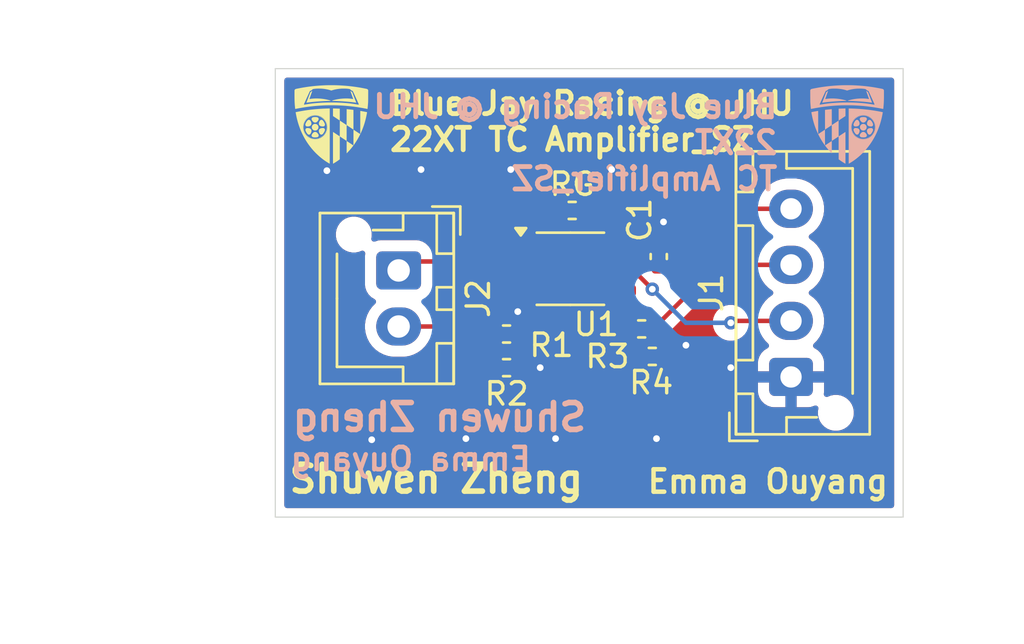
<source format=kicad_pcb>
(kicad_pcb (version 20241229) (generator "pcbnew") (generator_version "9.0")
  (layers (0 "F.Cu" signal) (2 "B.Cu" signal) (13 "F.Paste" user) (15 "B.Paste" user) (5 "F.SilkS" user "F.Silkscreen") (7 "B.SilkS" user "B.Silkscreen") (1 "F.Mask" user) (3 "B.Mask" user) (25 "Edge.Cuts" user))
  (net 0 "")
  (net 1 "5v_ref")
  (net 2 "5v_buck")
  (net 3 "TC_AMP_OUT")
  (net 4 "GND")
  (net 5 "TC+")
  (net 6 "TC-")
  (net 7 "Net-(U1-Ref)")
  (net 8 "Net-(RG1-Pad1)")
  (net 9 "Net-(RG1-Pad2)")
  (footprint "Resistor_SMD:R_0402_1005Metric" (layer "F.Cu") (at 129.313 82.3356)
    (property "Reference" "R2" (at 0.002 1.1684 0) (layer "F.SilkS"))
    (property "Value" "10k" (hide yes))
    (pad "1" smd roundrect (at -0.51 0) (size 0.54 0.64) (layers "F.Cu" "F.Mask" "F.Paste") (net 5 "TC+"))
    (pad "2" smd roundrect (at 0.51 0) (size 0.54 0.64) (layers "F.Cu" "F.Mask" "F.Paste") (net 4 "GND"))
  )
  (footprint "Resistor_SMD:R_0402_1005Metric" (layer "F.Cu") (at 135.813 81.8356)
    (property "Reference" "R4" (at -0.0488 1.1684 0) (layer "F.SilkS"))
    (property "Value" "100" (hide yes))
    (pad "1" smd roundrect (at -0.51 0) (size 0.54 0.64) (layers "F.Cu" "F.Mask" "F.Paste") (net 7 "Net-(U1-Ref)"))
    (pad "2" smd roundrect (at 0.51 0) (size 0.54 0.64) (layers "F.Cu" "F.Mask" "F.Paste") (net 4 "GND"))
  )
  (footprint "Connector_JST:JST_XH_B4B-XH-AM_1x04_P2.50mm_Vertical" (layer "F.Cu") (at 142 82.75 90)
    (property "Reference" "J1" (at 3.75 -3.55 90) (layer "F.SilkS"))
    (property "Value" "Conn_01x04")
    (pad "" np_thru_hole circle (at -1.6 2 90) (size 1.2 1.2) (drill 1.2) (layers "*.Cu" "*.Mask"))
    (pad "1" thru_hole roundrect (at 0 0 90) (size 1.7 1.95) (drill 0.95) (layers "*.Cu" "*.Mask") (roundrect_rratio 0.147059) (net 4 "GND"))
    (pad "2" thru_hole oval (at 2.5 0 90) (size 1.7 1.95) (drill 0.95) (layers "*.Cu" "*.Mask") (net 3 "TC_AMP_OUT"))
    (pad "3" thru_hole oval (at 5 0 90) (size 1.7 1.95) (drill 0.95) (layers "*.Cu" "*.Mask") (net 1 "5v_ref"))
    (pad "4" thru_hole oval (at 7.5 0 90) (size 1.7 1.95) (drill 0.95) (layers "*.Cu" "*.Mask") (net 2 "5v_buck"))
  )
  (footprint "Resistor_SMD:R_0402_1005Metric" (layer "F.Cu") (at 135.3394 80.6076 180)
    (property "Reference" "R3" (at 1.5264 -1.228 0) (layer "F.SilkS"))
    (property "Value" "4.93k")
    (pad "1" smd roundrect (at -0.51 0 180) (size 0.54 0.64) (layers "F.Cu" "F.Mask" "F.Paste") (net 1 "5v_ref"))
    (pad "2" smd roundrect (at 0.51 0 180) (size 0.54 0.64) (layers "F.Cu" "F.Mask" "F.Paste") (net 7 "Net-(U1-Ref)"))
  )
  (footprint "Resistor_SMD:R_0402_1005Metric" (layer "F.Cu") (at 132.2406 75.3244)
    (property "Reference" "RG" (at 0 -1.17 0) (layer "F.SilkS"))
    (property "Value" "137")
    (pad "1" smd roundrect (at -0.51 0) (size 0.54 0.64) (layers "F.Cu" "F.Mask" "F.Paste") (net 8 "Net-(RG1-Pad1)"))
    (pad "2" smd roundrect (at 0.51 0) (size 0.54 0.64) (layers "F.Cu" "F.Mask" "F.Paste") (net 9 "Net-(RG1-Pad2)"))
  )
  (footprint "Connector_JST:JST_XH_B2B-XH-AM_1x02_P2.50mm_Vertical" (layer "F.Cu") (at 124.5 78 -90)
    (property "Reference" "J2" (at 1.25 -3.55 270) (layer "F.SilkS"))
    (property "Value" "Conn_01x02")
    (pad "" np_thru_hole circle (at -1.6 2 270) (size 1.2 1.2) (drill 1.2) (layers "*.Cu" "*.Mask"))
    (pad "1" thru_hole roundrect (at 0 0 270) (size 1.7 2) (drill 1) (layers "*.Cu" "*.Mask") (roundrect_rratio 0.147059) (net 6 "TC-"))
    (pad "2" thru_hole oval (at 2.5 0 270) (size 1.7 2) (drill 1) (layers "*.Cu" "*.Mask") (net 5 "TC+"))
  )
  (footprint "Resistor_SMD:R_0402_1005Metric" (layer "F.Cu") (at 129.313 80.8356 180)
    (property "Reference" "R1" (at -2 -0.5 0) (layer "F.SilkS"))
    (property "Value" "10k" (hide yes))
    (pad "1" smd roundrect (at -0.51 0 180) (size 0.54 0.64) (layers "F.Cu" "F.Mask" "F.Paste") (net 2 "5v_buck"))
    (pad "2" smd roundrect (at 0.51 0 180) (size 0.54 0.64) (layers "F.Cu" "F.Mask" "F.Paste") (net 5 "TC+"))
  )
  (footprint "Capacitor_SMD:C_0402_1005Metric" (layer "F.Cu") (at 136.1014 77.3792 -90)
    (property "Reference" "C1" (at -1.6292 0.8514 90) (layer "F.SilkS"))
    (property "Value" "0.1µF")
    (pad "1" smd roundrect (at -0.48 0 270) (size 0.56 0.62) (layers "F.Cu" "F.Mask" "F.Paste") (net 4 "GND"))
    (pad "2" smd roundrect (at 0.48 0 270) (size 0.56 0.62) (layers "F.Cu" "F.Mask" "F.Paste") (net 2 "5v_buck"))
  )
  (footprint "Package_SO:VSSOP-8_3x3mm_P0.65mm" (layer "F.Cu") (at 132.1601 77.925)
    (property "Reference" "U1" (at 1.1529 2.4794 0) (layer "F.SilkS"))
    (property "Value" "INA333xxDGK" (hide yes))
    (pad "1" smd roundrect (at -2.1125 -0.975) (size 1.625 0.5) (layers "F.Cu" "F.Mask" "F.Paste") (net 8 "Net-(RG1-Pad1)"))
    (pad "2" smd roundrect (at -2.1125 -0.325) (size 1.625 0.5) (layers "F.Cu" "F.Mask" "F.Paste") (net 6 "TC-"))
    (pad "3" smd roundrect (at -2.1125 0.325) (size 1.625 0.5) (layers "F.Cu" "F.Mask" "F.Paste") (net 5 "TC+"))
    (pad "4" smd roundrect (at -2.1125 0.975) (size 1.625 0.5) (layers "F.Cu" "F.Mask" "F.Paste") (net 4 "GND"))
    (pad "5" smd roundrect (at 2.1125 0.975) (size 1.625 0.5) (layers "F.Cu" "F.Mask" "F.Paste") (net 7 "Net-(U1-Ref)"))
    (pad "6" smd roundrect (at 2.1125 0.325) (size 1.625 0.5) (layers "F.Cu" "F.Mask" "F.Paste") (net 3 "TC_AMP_OUT"))
    (pad "7" smd roundrect (at 2.1125 -0.325) (size 1.625 0.5) (layers "F.Cu" "F.Mask" "F.Paste") (net 2 "5v_buck"))
    (pad "8" smd roundrect (at 2.1125 -0.975) (size 1.625 0.5) (layers "F.Cu" "F.Mask" "F.Paste") (net 9 "Net-(RG1-Pad2)"))
  )
  (footprint "22xt_tc:BJR_LOGO" (layer "F.Cu") (at 121.5 71.5)
    (property "Reference" "G***" (hide yes))
    (property "Value" "BJR_LOGO" (hide yes))
  )
  (footprint "22xt_tc:BJR_LOGO" (layer "B.Cu") (at 144.5 71.5 180)
    (property "Reference" "G***" (hide yes))
    (property "Value" "BJR_LOGO" (hide yes))
  )
  (gr_line (start 119 89) (end 119 69) (stroke (width 0.05)) (layer "Edge.Cuts"))
  (gr_line (start 147 89) (end 147 69) (stroke (width 0.05)) (layer "Edge.Cuts"))
  (gr_line (start 147 69) (end 119 69) (stroke (width 0.05)) (layer "Edge.Cuts"))
  (gr_line (start 147 89) (end 119 89) (stroke (width 0.05)) (layer "Edge.Cuts"))
  (gr_text "Emma Ouyang\n" (at 135.5 88 -0) (layer "F.SilkS") (effects (font (size 1 1) (thickness 0.2) (bold yes)) (justify left bottom)))
  (gr_text "Blue Jay Racing @ JHU\n22XT TC Amplifier_SZ" (at 124 72.75 0) (layer "F.SilkS") (effects (font (size 1 1) (thickness 0.215) (bold yes)) (justify left bottom)))
  (gr_text "Shuwen Zheng" (at 119.5 88 -0) (layer "F.SilkS") (effects (font (size 1.2 1.2) (thickness 0.25) (bold yes)) (justify left bottom)))
  (gr_text "Shuwen Zheng" (at 133 85.25 0) (layer "B.SilkS") (effects (font (size 1.2 1.2) (thickness 0.25) (bold yes)) (justify left bottom mirror)))
  (gr_text "Emma Ouyang\n" (at 130.5 87 0) (layer "B.SilkS") (effects (font (size 1 1) (thickness 0.2) (bold yes)) (justify left bottom mirror)))
  (gr_text "Blue Jay Racing @ JHU\n22XT\nTC Amplifier_SZ" (at 141.5 74.5 -0) (layer "B.SilkS") (effects (font (size 1 1) (thickness 0.215) (bold yes)) (justify left bottom mirror)))
  (segment (start 138.707 77.75) (end 135.8494 80.6076) (width 0.2) (layer "F.Cu") (net 1))
  (segment (start 142 77.75) (end 138.707 77.75) (width 0.2) (layer "F.Cu") (net 1))
  (segment (start 138.7106 75.25) (end 136.1014 77.8592) (width 0.2) (layer "F.Cu") (net 2))
  (segment (start 133.0586 77.6) (end 129.823 80.8356) (width 0.2) (layer "F.Cu") (net 2))
  (segment (start 136.33815 77.6) (end 133.0586 77.6) (width 0.2) (layer "F.Cu") (net 2))
  (segment (start 142 75.25) (end 138.7106 75.25) (width 0.2) (layer "F.Cu") (net 2))
  (segment (start 134.2726 78.25) (end 135.2274 78.25) (width 0.2) (layer "F.Cu") (net 3))
  (segment (start 139.3986 80.25) (end 139.313 80.3356) (width 0.2) (layer "F.Cu") (net 3))
  (segment (start 135.2274 78.25) (end 135.813 78.8356) (width 0.2) (layer "F.Cu") (net 3))
  (segment (start 142 80.25) (end 139.3986 80.25) (width 0.2) (layer "F.Cu") (net 3))
  (via (at 139.313 80.3356) (size 0.6) (drill 0.3) (layers "F.Cu" "B.Cu") (net 3))
  (via (at 135.813 78.8356) (size 0.6) (drill 0.3) (layers "F.Cu" "B.Cu") (net 3))
  (segment (start 139.313 80.3356) (end 137.313 80.3356) (width 0.2) (layer "B.Cu") (net 3))
  (segment (start 137.313 80.3356) (end 135.813 78.8356) (width 0.2) (layer "B.Cu") (net 3))
  (segment (start 136.1014 76.8992) (end 136.1014 76.0472) (width 0.2) (layer "F.Cu") (net 4))
  (segment (start 129.823 82.3356) (end 130.813 82.3356) (width 0.2) (layer "F.Cu") (net 4))
  (segment (start 130.0476 79.601) (end 129.813 79.8356) (width 0.2) (layer "F.Cu") (net 4))
  (segment (start 139.7274 82.75) (end 139.313 82.3356) (width 0.2) (layer "F.Cu") (net 4))
  (segment (start 136.1014 76.0472) (end 136.313 75.8356) (width 0.2) (layer "F.Cu") (net 4))
  (segment (start 142 82.75) (end 139.7274 82.75) (width 0.2) (layer "F.Cu") (net 4))
  (segment (start 136.323 81.8356) (end 136.813 81.8356) (width 0.2) (layer "F.Cu") (net 4))
  (segment (start 130.0476 78.9) (end 130.0476 79.601) (width 0.2) (layer "F.Cu") (net 4))
  (segment (start 136.813 81.8356) (end 137.313 81.3356) (width 0.2) (layer "F.Cu") (net 4))
  (via (at 127.5 85.5) (size 0.45) (drill 0.3) (layers "F.Cu" "B.Cu") (net 4))
  (via (at 121.3 73.55) (size 0.45) (drill 0.3) (layers "F.Cu" "B.Cu") (net 4))
  (via (at 129.5 73.5) (size 0.45) (drill 0.3) (layers "F.Cu" "B.Cu") (net 4))
  (via (at 134 73.5) (size 0.45) (drill 0.3) (layers "F.Cu" "B.Cu") (net 4))
  (via (at 139.313 82.3356) (size 0.6) (drill 0.3) (layers "F.Cu" "B.Cu") (net 4))
  (via (at 123.3 85.55) (size 0.45) (drill 0.3) (layers "F.Cu" "B.Cu") (net 4))
  (via (at 130.813 82.3356) (size 0.45) (drill 0.3) (layers "F.Cu" "B.Cu") (net 4))
  (via (at 129.813 79.8356) (size 0.6) (drill 0.3) (layers "F.Cu" "B.Cu") (net 4))
  (via (at 131.5 85.5) (size 0.45) (drill 0.3) (layers "F.Cu" "B.Cu") (net 4))
  (via (at 125.5 73.5) (size 0.45) (drill 0.3) (layers "F.Cu" "B.Cu") (net 4))
  (via (at 136 85.5) (size 0.45) (drill 0.3) (layers "F.Cu" "B.Cu") (net 4))
  (via (at 136.313 75.8356) (size 0.6) (drill 0.3) (layers "F.Cu" "B.Cu") (net 4))
  (via (at 137.313 81.3356) (size 0.6) (drill 0.3) (layers "F.Cu" "B.Cu") (net 4))
  (segment (start 129.235101 78.25) (end 130.0476 78.25) (width 0.2) (layer "F.Cu") (net 5))
  (segment (start 128.803 80.8356) (end 128.803 82.3356) (width 0.2) (layer "F.Cu") (net 5))
  (segment (start 128.4674 80.5) (end 128.4674 79.017701) (width 0.2) (layer "F.Cu") (net 5))
  (segment (start 128.4674 80.5) (end 128.803 80.8356) (width 0.2) (layer "F.Cu") (net 5))
  (segment (start 124.5 80.5) (end 128.4674 80.5) (width 0.2) (layer "F.Cu") (net 5))
  (segment (start 128.4674 79.017701) (end 129.235101 78.25) (width 0.2) (layer "F.Cu") (net 5))
  (segment (start 124.9 77.6) (end 124.5 78) (width 0.2) (layer "F.Cu") (net 6))
  (segment (start 130.0476 77.6) (end 124.9 77.6) (width 0.2) (layer "F.Cu") (net 6))
  (segment (start 134.8294 80.6076) (end 134.8294 81.362) (width 0.2) (layer "F.Cu") (net 7))
  (segment (start 134.8294 81.362) (end 135.303 81.8356) (width 0.2) (layer "F.Cu") (net 7))
  (segment (start 134.2726 78.9) (end 134.2726 80.0508) (width 0.2) (layer "F.Cu") (net 7))
  (segment (start 134.2726 80.0508) (end 134.8294 80.6076) (width 0.2) (layer "F.Cu") (net 7))
  (segment (start 131.6732 75.3244) (end 130.0476 76.95) (width 0.2) (layer "F.Cu") (net 8))
  (segment (start 131.7306 75.3244) (end 131.6732 75.3244) (width 0.2) (layer "F.Cu") (net 8))
  (segment (start 132.7506 75.428) (end 134.2726 76.95) (width 0.2) (layer "F.Cu") (net 9))
  (segment (start 132.7506 75.3244) (end 132.7506 75.428) (width 0.2) (layer "F.Cu") (net 9))
  (zone (net 4) (net_name "GND") (layers "F.Cu" "B.Cu") (connect_pads (clearance 0.5)) (min_thickness 0.25) (fill yes (thermal_gap 0.5) (thermal_bridge_width 0.5))
    (polygon (pts (xy 111.8616 65.9384) (xy 152.4 65.9892) (xy 152.3492 91.2368) (xy 111.6584 91.2368)))
  )
)
</source>
